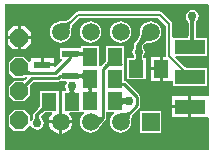
<source format=gtl>
G04 Layer_Physical_Order=1*
G04 Layer_Color=255*
%FSAX24Y24*%
%MOIN*%
G70*
G01*
G75*
%ADD10R,0.1000X0.0500*%
%ADD11R,0.0571X0.0236*%
%ADD12R,0.0512X0.0591*%
%ADD13R,0.0492X0.0591*%
%ADD14C,0.0100*%
%ADD15C,0.0080*%
%ADD16C,0.0150*%
%ADD17C,0.0120*%
%ADD18P,0.0619X8X292.5*%
%ADD19C,0.0591*%
%ADD20R,0.0591X0.0591*%
%ADD21C,0.0300*%
G36*
X006912Y005047D02*
X006947Y005012D01*
X006947Y001981D01*
X006910Y001950D01*
X006897Y001950D01*
X006360D01*
Y001600D01*
Y001250D01*
X006897D01*
X006947Y001219D01*
X006947Y000153D01*
X000153Y000153D01*
X000153Y005047D01*
X006912Y005047D01*
D02*
G37*
%LPC*%
G36*
X001773Y003218D02*
X001437D01*
Y003050D01*
X001773D01*
Y003218D01*
D02*
G37*
G36*
X005308Y002820D02*
X005012D01*
Y002475D01*
X005308D01*
Y002820D01*
D02*
G37*
G36*
X000575Y003854D02*
X000239D01*
Y003711D01*
X000432Y003518D01*
X000575D01*
Y003854D01*
D02*
G37*
G36*
X001942Y002135D02*
X001310D01*
Y001671D01*
X001307Y001666D01*
X001308Y001661D01*
X001306Y001656D01*
X001310Y001647D01*
Y001616D01*
X001306Y001609D01*
X001296Y001594D01*
X001262Y001554D01*
X001240Y001531D01*
X001237Y001525D01*
X001134Y001422D01*
X001108Y001382D01*
X001099Y001336D01*
Y001295D01*
X001096Y001289D01*
X001096Y001277D01*
X001095Y001267D01*
X001093Y001258D01*
X001091Y001249D01*
X001089Y001242D01*
X001086Y001235D01*
X001083Y001229D01*
X001079Y001224D01*
X001075Y001219D01*
X001069Y001211D01*
X001067Y001208D01*
X001023Y001142D01*
X001021Y001131D01*
X000971Y001136D01*
Y001321D01*
X000798Y001494D01*
X000452D01*
X000279Y001321D01*
Y000975D01*
X000452Y000802D01*
X000798D01*
X000971Y000975D01*
Y000984D01*
X001021Y000989D01*
X001023Y000978D01*
X001070Y000909D01*
X001139Y000862D01*
X001221Y000846D01*
X001303Y000862D01*
X001372Y000909D01*
X001419Y000978D01*
X001435Y001060D01*
X001419Y001142D01*
X001375Y001208D01*
X001373Y001211D01*
X001367Y001219D01*
X001363Y001224D01*
X001359Y001229D01*
X001356Y001235D01*
X001353Y001242D01*
X001351Y001249D01*
X001349Y001258D01*
X001347Y001267D01*
X001346Y001277D01*
X001346Y001288D01*
X001410Y001351D01*
X001415Y001353D01*
X001461Y001396D01*
X001479Y001410D01*
X001494Y001421D01*
X001501Y001425D01*
X001532D01*
X001541Y001421D01*
X001546Y001423D01*
X001551Y001422D01*
X001556Y001425D01*
X001700D01*
X001713Y001375D01*
X001655Y001299D01*
X001615Y001203D01*
X001608Y001150D01*
X001950D01*
Y001522D01*
X001942Y001529D01*
Y002135D01*
D02*
G37*
G36*
X004119Y003619D02*
X003507D01*
Y003136D01*
X003505Y003131D01*
X003500Y003121D01*
X003492Y003110D01*
X003467Y003080D01*
X003451Y003064D01*
X003449Y003059D01*
X003445Y003056D01*
X003444Y003053D01*
X003343Y002951D01*
X003295Y002967D01*
X003293Y002970D01*
Y003619D01*
X002681D01*
Y003593D01*
X002658Y003552D01*
X001967D01*
Y003196D01*
X002042D01*
X002061Y003150D01*
X001819Y002908D01*
X001773Y002927D01*
Y002950D01*
X001387D01*
Y003000D01*
X001337D01*
Y003218D01*
X001002D01*
Y003132D01*
X000952Y003112D01*
X000798Y003266D01*
X000452D01*
X000279Y003093D01*
Y002747D01*
X000452Y002574D01*
X000755D01*
X000762Y002570D01*
X000770Y002573D01*
X000778Y002571D01*
X000783Y002574D01*
X000798D01*
X000811Y002587D01*
X000816Y002591D01*
X000821Y002594D01*
X000829Y002598D01*
X000840Y002602D01*
X000854Y002605D01*
X000870Y002609D01*
X000873Y002609D01*
X000896Y002565D01*
X000896Y002562D01*
X000836Y002501D01*
X000829Y002499D01*
X000817Y002487D01*
X000807Y002479D01*
X000801Y002475D01*
X000798Y002478D01*
X000773D01*
X000767Y002481D01*
X000764Y002479D01*
X000760Y002480D01*
X000756Y002478D01*
X000452D01*
X000279Y002305D01*
Y001959D01*
X000452Y001786D01*
X000798D01*
X000971Y001959D01*
Y002264D01*
X000973Y002267D01*
X000972Y002271D01*
X000974Y002274D01*
X000971Y002280D01*
Y002305D01*
X000968Y002309D01*
X000972Y002314D01*
X000980Y002324D01*
X000992Y002336D01*
X000994Y002343D01*
X001089Y002438D01*
X001900D01*
X001900Y002438D01*
X001920Y002442D01*
X001967Y002448D01*
X001967Y002448D01*
X001967Y002448D01*
X002176D01*
X002203Y002398D01*
X002182Y002367D01*
X002166Y002285D01*
X002182Y002203D01*
X002194Y002185D01*
X002168Y002135D01*
X002058D01*
Y001529D01*
X002050Y001522D01*
Y001150D01*
X002392D01*
X002385Y001203D01*
X002345Y001299D01*
X002287Y001375D01*
X002300Y001425D01*
X002690D01*
Y001445D01*
X002784D01*
X002800Y001395D01*
X002747Y001353D01*
X002690Y001279D01*
X002654Y001193D01*
X002642Y001100D01*
X002654Y001007D01*
X002690Y000921D01*
X002747Y000847D01*
X002821Y000790D01*
X002907Y000754D01*
X003000Y000742D01*
X003093Y000754D01*
X003179Y000790D01*
X003253Y000847D01*
X003286Y000889D01*
X003295Y000894D01*
X003296Y000897D01*
X003298Y000898D01*
X003398Y001042D01*
X003454Y001115D01*
X003481Y001148D01*
X003492Y001160D01*
X003497Y001173D01*
X003514Y001197D01*
X003522Y001240D01*
X003522Y001240D01*
Y001445D01*
X003784D01*
X003800Y001395D01*
X003747Y001353D01*
X003690Y001279D01*
X003654Y001193D01*
X003642Y001100D01*
X003654Y001007D01*
X003690Y000921D01*
X003747Y000847D01*
X003821Y000790D01*
X003907Y000754D01*
X004000Y000742D01*
X004093Y000754D01*
X004179Y000790D01*
X004253Y000847D01*
X004310Y000921D01*
X004346Y001007D01*
X004358Y001097D01*
X004360Y001102D01*
X004361Y001143D01*
X004365Y001215D01*
X004370Y001244D01*
X004375Y001270D01*
X004382Y001293D01*
X004389Y001313D01*
X004397Y001328D01*
X004405Y001340D01*
X004416Y001353D01*
X004417Y001359D01*
X004629Y001571D01*
X004629Y001571D01*
X004654Y001607D01*
X004662Y001650D01*
X004662Y001650D01*
Y001923D01*
X004662Y001923D01*
X004654Y001966D01*
X004629Y002003D01*
X004629Y002003D01*
X004203Y002429D01*
X004166Y002454D01*
X004138Y002459D01*
X004126Y002465D01*
X004109Y002465D01*
Y002875D01*
X004109Y002875D01*
X004119Y002908D01*
X004119D01*
X004119Y002921D01*
Y003007D01*
X004122Y003018D01*
X004119Y003029D01*
Y003619D01*
D02*
G37*
G36*
X005000Y004458D02*
X004907Y004446D01*
X004821Y004410D01*
X004747Y004353D01*
X004690Y004279D01*
X004654Y004193D01*
X004642Y004103D01*
X004640Y004098D01*
X004639Y004064D01*
X004637Y004033D01*
X004634Y004005D01*
X004629Y003980D01*
X004622Y003957D01*
X004615Y003936D01*
X004606Y003917D01*
X004596Y003900D01*
X004586Y003885D01*
X004571Y003869D01*
X004570Y003864D01*
X004503Y003797D01*
X004473Y003753D01*
X004462Y003700D01*
Y003657D01*
X004460Y003652D01*
X004459Y003623D01*
X004458Y003613D01*
X004456Y003604D01*
X004455Y003597D01*
X004453Y003591D01*
X004451Y003587D01*
X004450Y003584D01*
X004449Y003584D01*
X004446Y003580D01*
X004445Y003576D01*
X004402Y003512D01*
X004386Y003430D01*
X004402Y003348D01*
X004445Y003284D01*
X004446Y003280D01*
X004449Y003276D01*
X004450Y003276D01*
X004450Y003275D01*
X004448Y003261D01*
X004436Y003241D01*
X004422Y003225D01*
X004226D01*
Y002515D01*
X004838D01*
Y003225D01*
X004778D01*
X004764Y003241D01*
X004752Y003261D01*
X004750Y003275D01*
X004750Y003276D01*
X004751Y003276D01*
X004754Y003280D01*
X004755Y003284D01*
X004798Y003348D01*
X004814Y003430D01*
X004798Y003512D01*
X004755Y003576D01*
X004754Y003580D01*
X004751Y003584D01*
X004750Y003584D01*
X004749Y003587D01*
X004747Y003591D01*
X004745Y003597D01*
X004744Y003604D01*
X004742Y003613D01*
X004740Y003637D01*
X004740Y003645D01*
X004764Y003670D01*
X004769Y003671D01*
X004785Y003686D01*
X004800Y003696D01*
X004817Y003706D01*
X004836Y003715D01*
X004857Y003722D01*
X004880Y003729D01*
X004906Y003734D01*
X004933Y003737D01*
X004964Y003739D01*
X004998Y003740D01*
X005003Y003742D01*
X005093Y003754D01*
X005179Y003790D01*
X005253Y003847D01*
X005310Y003921D01*
X005346Y004007D01*
X005358Y004100D01*
X005346Y004193D01*
X005310Y004279D01*
X005253Y004353D01*
X005179Y004410D01*
X005093Y004446D01*
X005000Y004458D01*
D02*
G37*
G36*
X006260Y001950D02*
X005710D01*
Y001650D01*
X006260D01*
Y001950D01*
D02*
G37*
G36*
X005308Y003265D02*
X005012D01*
Y002920D01*
X005308D01*
Y003265D01*
D02*
G37*
G36*
X006260Y001550D02*
X005710D01*
Y001250D01*
X006260D01*
Y001550D01*
D02*
G37*
G36*
X001011Y003854D02*
X000675D01*
Y003518D01*
X000818D01*
X001011Y003711D01*
Y003854D01*
D02*
G37*
G36*
X006390Y004834D02*
X006308Y004818D01*
X006239Y004771D01*
X006192Y004702D01*
X006176Y004620D01*
X006192Y004538D01*
X006236Y004472D01*
X006238Y004469D01*
X006244Y004461D01*
X006248Y004456D01*
X006252Y004451D01*
X006255Y004445D01*
X006258Y004438D01*
X006260Y004431D01*
X006262Y004422D01*
X006264Y004413D01*
X006265Y004403D01*
X006265Y004391D01*
X006268Y004385D01*
Y003976D01*
X006265Y003971D01*
X006265Y003950D01*
X006263Y003934D01*
X006261Y003921D01*
X006259Y003913D01*
X006258Y003910D01*
X006257Y003910D01*
X005750D01*
X005732Y003953D01*
Y004350D01*
X005724Y004389D01*
X005702Y004422D01*
X005372Y004752D01*
X005339Y004774D01*
X005300Y004782D01*
X002580D01*
X002541Y004774D01*
X002508Y004752D01*
X002268Y004512D01*
X002262Y004510D01*
X002250Y004500D01*
X002239Y004494D01*
X002224Y004487D01*
X002205Y004480D01*
X002181Y004474D01*
X002153Y004469D01*
X002122Y004465D01*
X002046Y004460D01*
X002003Y004460D01*
X001997Y004458D01*
X001907Y004446D01*
X001821Y004410D01*
X001747Y004353D01*
X001690Y004279D01*
X001654Y004193D01*
X001642Y004100D01*
X001654Y004007D01*
X001690Y003921D01*
X001747Y003847D01*
X001821Y003790D01*
X001907Y003754D01*
X002000Y003742D01*
X002093Y003754D01*
X002179Y003790D01*
X002253Y003847D01*
X002310Y003921D01*
X002346Y004007D01*
X002358Y004097D01*
X002360Y004103D01*
X002360Y004146D01*
X002365Y004222D01*
X002369Y004253D01*
X002374Y004281D01*
X002380Y004305D01*
X002387Y004324D01*
X002394Y004340D01*
X002400Y004350D01*
X002410Y004362D01*
X002412Y004368D01*
X002622Y004578D01*
X005258D01*
X005528Y004308D01*
Y003290D01*
X005508Y003265D01*
X005408D01*
Y002870D01*
Y002475D01*
X005704D01*
Y002475D01*
X005750Y002464D01*
Y002290D01*
X006870D01*
Y002910D01*
X006195D01*
X006188Y002914D01*
X006179Y002914D01*
X006174Y002915D01*
X006169Y002916D01*
X006163Y002918D01*
X006157Y002921D01*
X006150Y002925D01*
X006142Y002930D01*
X006134Y002936D01*
X006126Y002943D01*
X006116Y002952D01*
X006109Y002955D01*
X005820Y003244D01*
X005840Y003290D01*
X006870D01*
Y003910D01*
X006523D01*
X006522Y003910D01*
X006521Y003913D01*
X006519Y003921D01*
X006517Y003934D01*
X006515Y003950D01*
X006515Y003971D01*
X006512Y003976D01*
Y004385D01*
X006515Y004391D01*
X006515Y004403D01*
X006516Y004413D01*
X006518Y004422D01*
X006520Y004431D01*
X006522Y004438D01*
X006525Y004445D01*
X006528Y004451D01*
X006532Y004456D01*
X006536Y004461D01*
X006542Y004469D01*
X006544Y004472D01*
X006588Y004538D01*
X006604Y004620D01*
X006588Y004702D01*
X006541Y004771D01*
X006472Y004818D01*
X006390Y004834D01*
D02*
G37*
G36*
X002392Y001050D02*
X002050D01*
Y000708D01*
X002103Y000715D01*
X002199Y000755D01*
X002282Y000818D01*
X002345Y000901D01*
X002385Y000997D01*
X002392Y001050D01*
D02*
G37*
G36*
X000575Y004290D02*
X000432D01*
X000239Y004097D01*
Y003954D01*
X000575D01*
Y004290D01*
D02*
G37*
G36*
X001950Y001050D02*
X001608D01*
X001615Y000997D01*
X001655Y000901D01*
X001718Y000818D01*
X001801Y000755D01*
X001897Y000715D01*
X001950Y000708D01*
Y001050D01*
D02*
G37*
G36*
X000818Y004290D02*
X000675D01*
Y003954D01*
X001011D01*
Y004097D01*
X000818Y004290D01*
D02*
G37*
G36*
X005355Y001455D02*
X004645D01*
Y000745D01*
X005355D01*
Y001455D01*
D02*
G37*
G36*
X003000Y004458D02*
X002907Y004446D01*
X002821Y004410D01*
X002747Y004353D01*
X002690Y004279D01*
X002654Y004193D01*
X002642Y004100D01*
X002654Y004007D01*
X002690Y003921D01*
X002747Y003847D01*
X002821Y003790D01*
X002907Y003754D01*
X003000Y003742D01*
X003093Y003754D01*
X003179Y003790D01*
X003253Y003847D01*
X003310Y003921D01*
X003346Y004007D01*
X003358Y004100D01*
X003346Y004193D01*
X003310Y004279D01*
X003253Y004353D01*
X003179Y004410D01*
X003093Y004446D01*
X003000Y004458D01*
D02*
G37*
G36*
X004000D02*
X003907Y004446D01*
X003821Y004410D01*
X003747Y004353D01*
X003690Y004279D01*
X003654Y004193D01*
X003642Y004100D01*
X003654Y004007D01*
X003690Y003921D01*
X003747Y003847D01*
X003821Y003790D01*
X003907Y003754D01*
X004000Y003742D01*
X004093Y003754D01*
X004179Y003790D01*
X004253Y003847D01*
X004310Y003921D01*
X004346Y004007D01*
X004358Y004100D01*
X004346Y004193D01*
X004310Y004279D01*
X004253Y004353D01*
X004179Y004410D01*
X004093Y004446D01*
X004000Y004458D01*
D02*
G37*
%LPD*%
G36*
X001541Y001486D02*
X001532Y001493D01*
X001521Y001496D01*
X001508D01*
X001493Y001493D01*
X001477Y001486D01*
X001460Y001476D01*
X001440Y001462D01*
X001419Y001445D01*
X001371Y001401D01*
X001286Y001486D01*
X001310Y001511D01*
X001348Y001555D01*
X001361Y001574D01*
X001371Y001592D01*
X001378Y001608D01*
X001381Y001623D01*
Y001635D01*
X001378Y001646D01*
X001371Y001656D01*
X001541Y001486D01*
D02*
G37*
G36*
X001281Y001273D02*
X001283Y001258D01*
X001285Y001245D01*
X001288Y001232D01*
X001292Y001219D01*
X001297Y001208D01*
X001303Y001196D01*
X001310Y001186D01*
X001317Y001176D01*
X001326Y001167D01*
X001116D01*
X001125Y001176D01*
X001132Y001186D01*
X001139Y001196D01*
X001145Y001208D01*
X001150Y001219D01*
X001154Y001232D01*
X001157Y001245D01*
X001159Y001258D01*
X001161Y001273D01*
X001161Y001287D01*
X001281D01*
X001281Y001273D01*
D02*
G37*
G36*
X003077Y002226D02*
X003069Y002223D01*
X003061Y002218D01*
X003055Y002211D01*
X003049Y002202D01*
X003045Y002191D01*
X003041Y002178D01*
X003039Y002162D01*
X003038Y002160D01*
X003039Y002158D01*
X003041Y002142D01*
X003045Y002129D01*
X003049Y002118D01*
X003055Y002109D01*
X003061Y002102D01*
X003069Y002097D01*
X003077Y002094D01*
X003087Y002093D01*
X002887D01*
X002896Y002094D01*
X002905Y002097D01*
X002912Y002102D01*
X002919Y002109D01*
X002924Y002118D01*
X002929Y002129D01*
X002932Y002142D01*
X002935Y002158D01*
X002935Y002160D01*
X002935Y002162D01*
X002932Y002178D01*
X002929Y002191D01*
X002924Y002202D01*
X002919Y002211D01*
X002912Y002218D01*
X002905Y002223D01*
X002896Y002226D01*
X002887Y002227D01*
X003087D01*
X003077Y002226D01*
D02*
G37*
G36*
X002440Y002178D02*
X002485D01*
X002476Y002169D01*
X002469Y002159D01*
X002462Y002149D01*
X002456Y002138D01*
X002451Y002126D01*
X002449Y002119D01*
X002450Y002117D01*
X002455Y002103D01*
X002462Y002092D01*
X002469Y002084D01*
X002478Y002078D01*
X002489Y002074D01*
X002500Y002073D01*
X002440D01*
X002440Y002073D01*
X002440Y002058D01*
X002320D01*
X002320Y002073D01*
X002320Y002073D01*
X002260D01*
X002271Y002074D01*
X002282Y002078D01*
X002291Y002084D01*
X002298Y002092D01*
X002305Y002103D01*
X002310Y002117D01*
X002311Y002119D01*
X002309Y002126D01*
X002304Y002138D01*
X002298Y002149D01*
X002291Y002159D01*
X002284Y002169D01*
X002275Y002178D01*
X002320D01*
X002320Y002194D01*
X002440D01*
X002440Y002178D01*
D02*
G37*
G36*
X004060Y001936D02*
X004064Y001923D01*
X004072Y001912D01*
X004082Y001902D01*
X004096Y001894D01*
X004112Y001887D01*
X004132Y001882D01*
X004135Y001881D01*
X004140Y001883D01*
X004151Y001886D01*
X004160Y001890D01*
X004169Y001894D01*
X004176Y001899D01*
X004183Y001905D01*
Y001876D01*
X004208Y001875D01*
Y001725D01*
X004183Y001724D01*
Y001695D01*
X004176Y001701D01*
X004169Y001706D01*
X004160Y001710D01*
X004151Y001714D01*
X004140Y001717D01*
X004135Y001719D01*
X004132Y001718D01*
X004112Y001713D01*
X004096Y001706D01*
X004082Y001698D01*
X004072Y001688D01*
X004064Y001677D01*
X004060Y001664D01*
X004058Y001650D01*
Y001950D01*
X004060Y001936D01*
D02*
G37*
G36*
X004366Y001396D02*
X004353Y001380D01*
X004340Y001361D01*
X004329Y001339D01*
X004320Y001314D01*
X004312Y001286D01*
X004306Y001255D01*
X004301Y001221D01*
X004296Y001145D01*
X004295Y001103D01*
X004003Y001395D01*
X004045Y001396D01*
X004121Y001401D01*
X004155Y001406D01*
X004186Y001412D01*
X004214Y001420D01*
X004239Y001429D01*
X004261Y001440D01*
X004280Y001452D01*
X004296Y001466D01*
X004366Y001396D01*
D02*
G37*
G36*
X003228Y001291D02*
X003247Y001276D01*
X003266Y001264D01*
X003283Y001256D01*
X003300Y001251D01*
X003316Y001249D01*
X003332Y001251D01*
X003347Y001256D01*
X003361Y001264D01*
X003375Y001275D01*
X003445Y001205D01*
X003433Y001191D01*
X003403Y001156D01*
X003345Y001080D01*
X003245Y000935D01*
X003209Y001309D01*
X003228Y001291D01*
D02*
G37*
G36*
X002743Y003274D02*
X002742Y003284D01*
X002739Y003292D01*
X002734Y003300D01*
X002727Y003306D01*
X002718Y003312D01*
X002707Y003316D01*
X002693Y003320D01*
X002678Y003322D01*
X002669Y003323D01*
X002660Y003322D01*
X002645Y003320D01*
X002632Y003316D01*
X002621Y003312D01*
X002612Y003306D01*
X002605Y003300D01*
X002600Y003292D01*
X002597Y003284D01*
X002596Y003274D01*
Y003474D01*
X002597Y003465D01*
X002600Y003456D01*
X002605Y003449D01*
X002612Y003442D01*
X002621Y003437D01*
X002632Y003432D01*
X002645Y003429D01*
X002660Y003426D01*
X002669Y003425D01*
X002678Y003426D01*
X002693Y003429D01*
X002707Y003432D01*
X002718Y003437D01*
X002727Y003442D01*
X002734Y003449D01*
X002739Y003456D01*
X002742Y003465D01*
X002743Y003474D01*
Y003274D01*
D02*
G37*
G36*
X002030Y002574D02*
X002029Y002574D01*
X002027Y002574D01*
X002025Y002575D01*
X002016Y002575D01*
X001976Y002576D01*
Y002676D01*
X002030Y002678D01*
Y002574D01*
D02*
G37*
G36*
X000945Y002381D02*
X000932Y002367D01*
X000920Y002354D01*
X000911Y002341D01*
X000905Y002330D01*
X000900Y002319D01*
X000897Y002308D01*
X000897Y002299D01*
X000899Y002290D01*
X000903Y002282D01*
X000909Y002274D01*
X000767Y002416D01*
X000775Y002410D01*
X000783Y002406D01*
X000792Y002404D01*
X000801Y002404D01*
X000812Y002407D01*
X000823Y002412D01*
X000834Y002419D01*
X000847Y002428D01*
X000860Y002439D01*
X000874Y002452D01*
X000945Y002381D01*
D02*
G37*
G36*
X004049Y002420D02*
X004051Y002416D01*
X004055Y002412D01*
X004060Y002409D01*
X004067Y002406D01*
X004075Y002404D01*
X004085Y002402D01*
X004096Y002401D01*
X004123Y002400D01*
Y002300D01*
X004109Y002300D01*
X004085Y002298D01*
X004075Y002296D01*
X004067Y002294D01*
X004060Y002291D01*
X004055Y002288D01*
X004051Y002284D01*
X004049Y002280D01*
X004048Y002275D01*
Y002425D01*
X004049Y002420D01*
D02*
G37*
G36*
X000903Y002821D02*
X000901Y002812D01*
X000903Y002804D01*
X000908Y002798D01*
X000916Y002792D01*
X000928Y002788D01*
X000943Y002785D01*
X000962Y002782D01*
X000984Y002781D01*
X001010Y002780D01*
X000963Y002680D01*
X000934Y002680D01*
X000882Y002676D01*
X000859Y002673D01*
X000839Y002669D01*
X000820Y002664D01*
X000804Y002658D01*
X000790Y002651D01*
X000778Y002644D01*
X000768Y002635D01*
X000909Y002830D01*
X000903Y002821D01*
D02*
G37*
G36*
X003661Y002971D02*
X003655Y002978D01*
X003648Y002983D01*
X003639Y002984D01*
X003627Y002982D01*
X003614Y002976D01*
X003599Y002967D01*
X003582Y002955D01*
X003563Y002940D01*
X003519Y002899D01*
X003498Y003019D01*
X003516Y003037D01*
X003544Y003071D01*
X003555Y003087D01*
X003563Y003101D01*
X003569Y003115D01*
X003573Y003128D01*
X003574Y003139D01*
X003573Y003150D01*
X003570Y003160D01*
X003661Y002971D01*
D02*
G37*
G36*
X002733Y002526D02*
X002732Y002535D01*
X002729Y002544D01*
X002724Y002551D01*
X002717Y002558D01*
X002708Y002563D01*
X002697Y002568D01*
X002683Y002571D01*
X002668Y002574D01*
X002664Y002574D01*
X002661Y002574D01*
X002646Y002571D01*
X002633Y002568D01*
X002622Y002563D01*
X002613Y002558D01*
X002606Y002551D01*
X002601Y002544D01*
X002598Y002535D01*
X002597Y002526D01*
Y002726D01*
X002598Y002716D01*
X002601Y002708D01*
X002606Y002700D01*
X002613Y002694D01*
X002622Y002688D01*
X002633Y002684D01*
X002646Y002680D01*
X002661Y002678D01*
X002664Y002678D01*
X002668Y002678D01*
X002683Y002680D01*
X002697Y002684D01*
X002708Y002688D01*
X002717Y002694D01*
X002724Y002700D01*
X002729Y002708D01*
X002732Y002716D01*
X002733Y002726D01*
Y002526D01*
D02*
G37*
G36*
X004675Y003634D02*
X004678Y003605D01*
X004680Y003592D01*
X004683Y003580D01*
X004686Y003569D01*
X004690Y003560D01*
X004694Y003551D01*
X004699Y003544D01*
X004705Y003537D01*
X004495D01*
X004501Y003544D01*
X004506Y003551D01*
X004510Y003560D01*
X004514Y003569D01*
X004518Y003580D01*
X004520Y003592D01*
X004522Y003605D01*
X004524Y003619D01*
X004525Y003650D01*
X004675D01*
X004675Y003634D01*
D02*
G37*
G36*
X004699Y003316D02*
X004694Y003309D01*
X004690Y003300D01*
X004686Y003291D01*
X004683Y003280D01*
X004680Y003268D01*
X004678Y003258D01*
X004682Y003237D01*
X004687Y003217D01*
X004694Y003201D01*
X004702Y003187D01*
X004712Y003176D01*
X004723Y003169D01*
X004736Y003164D01*
X004750Y003163D01*
X004450D01*
X004464Y003164D01*
X004477Y003169D01*
X004488Y003176D01*
X004498Y003187D01*
X004506Y003201D01*
X004513Y003217D01*
X004518Y003237D01*
X004522Y003258D01*
X004520Y003268D01*
X004518Y003280D01*
X004514Y003291D01*
X004510Y003300D01*
X004506Y003309D01*
X004501Y003316D01*
X004495Y003323D01*
X004705D01*
X004699Y003316D01*
D02*
G37*
G36*
X004997Y003805D02*
X004961Y003804D01*
X004927Y003802D01*
X004895Y003798D01*
X004865Y003792D01*
X004837Y003784D01*
X004811Y003775D01*
X004787Y003764D01*
X004764Y003751D01*
X004744Y003736D01*
X004726Y003720D01*
X004620Y003826D01*
X004636Y003844D01*
X004651Y003864D01*
X004664Y003887D01*
X004675Y003911D01*
X004684Y003937D01*
X004692Y003965D01*
X004698Y003995D01*
X004702Y004027D01*
X004704Y004061D01*
X004705Y004097D01*
X004997Y003805D01*
D02*
G37*
G36*
X006486Y004504D02*
X006479Y004494D01*
X006472Y004484D01*
X006466Y004472D01*
X006461Y004461D01*
X006457Y004448D01*
X006454Y004435D01*
X006452Y004422D01*
X006450Y004407D01*
X006450Y004393D01*
X006330D01*
X006330Y004407D01*
X006328Y004422D01*
X006326Y004435D01*
X006323Y004448D01*
X006319Y004461D01*
X006314Y004472D01*
X006308Y004484D01*
X006301Y004494D01*
X006294Y004504D01*
X006285Y004513D01*
X006495D01*
X006486Y004504D01*
D02*
G37*
G36*
X002360Y004404D02*
X002348Y004389D01*
X002336Y004370D01*
X002326Y004348D01*
X002318Y004323D01*
X002310Y004295D01*
X002305Y004263D01*
X002300Y004228D01*
X002295Y004148D01*
X002295Y004103D01*
X002003Y004395D01*
X002048Y004395D01*
X002128Y004400D01*
X002163Y004405D01*
X002195Y004410D01*
X002223Y004418D01*
X002248Y004426D01*
X002270Y004436D01*
X002289Y004448D01*
X002304Y004460D01*
X002360Y004404D01*
D02*
G37*
G36*
X006451Y003946D02*
X006452Y003926D01*
X006455Y003908D01*
X006460Y003892D01*
X006465Y003879D01*
X006472Y003868D01*
X006479Y003860D01*
X006488Y003854D01*
X006499Y003850D01*
X006510Y003849D01*
X006270D01*
X006281Y003850D01*
X006292Y003854D01*
X006301Y003860D01*
X006308Y003868D01*
X006315Y003879D01*
X006320Y003892D01*
X006325Y003908D01*
X006328Y003926D01*
X006329Y003946D01*
X006330Y003969D01*
X006450D01*
X006451Y003946D01*
D02*
G37*
G36*
X006083Y002895D02*
X006094Y002885D01*
X006105Y002877D01*
X006116Y002869D01*
X006128Y002863D01*
X006139Y002858D01*
X006150Y002854D01*
X006162Y002851D01*
X006173Y002849D01*
X006184Y002849D01*
X005958D01*
X005968Y002849D01*
X005976Y002851D01*
X005982Y002854D01*
X005985Y002858D01*
X005986Y002863D01*
X005985Y002869D01*
X005982Y002877D01*
X005976Y002885D01*
X005968Y002895D01*
X005958Y002905D01*
X006071D01*
X006083Y002895D01*
D02*
G37*
D10*
X006310Y003600D02*
D03*
Y002600D02*
D03*
Y001600D02*
D03*
D11*
X001387Y003000D02*
D03*
X002313Y003374D02*
D03*
Y002626D02*
D03*
D12*
X002374Y001780D02*
D03*
X001626D02*
D03*
D13*
X003813Y001800D02*
D03*
X002987D02*
D03*
X003813Y003263D02*
D03*
X002987D02*
D03*
X003803Y002520D02*
D03*
X002977D02*
D03*
X005358Y002870D02*
D03*
X004532D02*
D03*
D14*
X004550Y001650D02*
Y001923D01*
X004123Y002350D02*
X004550Y001923D01*
X003924Y002350D02*
X004123D01*
X004100Y001200D02*
X004550Y001650D01*
X004100Y001100D02*
Y001200D01*
X003803Y002471D02*
X003924Y002350D01*
X003410Y002860D02*
X003813Y003263D01*
X003410Y001240D02*
Y002860D01*
X003270Y001100D02*
X003410Y001240D01*
X003000Y001100D02*
X003270D01*
X003803Y002471D02*
Y002520D01*
X004000Y001100D02*
X004100D01*
X002313Y003243D02*
Y003374D01*
X001800Y002730D02*
X002313Y003243D01*
X000815Y002730D02*
X001800D01*
X003977Y003051D02*
X004009Y003018D01*
X003977Y003051D02*
Y003100D01*
X000625Y002132D02*
X001043Y002550D01*
X000625Y002920D02*
X000815Y002730D01*
X002871Y002626D02*
X002977Y002520D01*
X002490Y002686D02*
X002550Y002626D01*
X002490D02*
Y002686D01*
X002313Y002626D02*
X002550D01*
X002313Y003374D02*
X002876D01*
X002987Y003263D01*
Y001800D02*
Y002510D01*
X002977Y002520D02*
X002987Y002510D01*
X002490Y002626D02*
X002550D01*
X002871D01*
X001043Y002550D02*
X001900D01*
X001976Y002626D01*
X002313D01*
D15*
X006150Y002600D02*
Y002770D01*
X005630Y003290D02*
X006150Y002770D01*
X005630Y003290D02*
Y004350D01*
X002000Y004100D02*
X002580Y004680D01*
X005300D01*
X005630Y004350D01*
D16*
X004600Y003013D02*
Y003430D01*
Y003700D02*
X005000Y004100D01*
X004600Y003430D02*
Y003700D01*
X003813Y001800D02*
X004290D01*
D17*
X004487Y002900D02*
X004600Y003013D01*
X001526Y001641D02*
Y001900D01*
X001221Y001060D02*
Y001336D01*
X001526Y001641D01*
X006150Y003600D02*
X006275Y003475D01*
X006400Y003600D01*
X002374Y001780D02*
X002380Y001786D01*
Y002285D01*
X006390Y003610D02*
X006400Y003600D01*
X006390Y003610D02*
Y004620D01*
D18*
X000625Y001148D02*
D03*
Y002132D02*
D03*
Y002920D02*
D03*
Y003904D02*
D03*
D19*
X002000Y004100D02*
D03*
X003000D02*
D03*
X004000D02*
D03*
X005000D02*
D03*
X002000Y001100D02*
D03*
X003000D02*
D03*
X004000D02*
D03*
D20*
X005000D02*
D03*
D21*
X004600Y003430D02*
D03*
X001221Y001060D02*
D03*
X001060Y004820D02*
D03*
X005980Y000654D02*
D03*
X004290Y001800D02*
D03*
X002380Y002285D02*
D03*
X006390Y004620D02*
D03*
M02*

</source>
